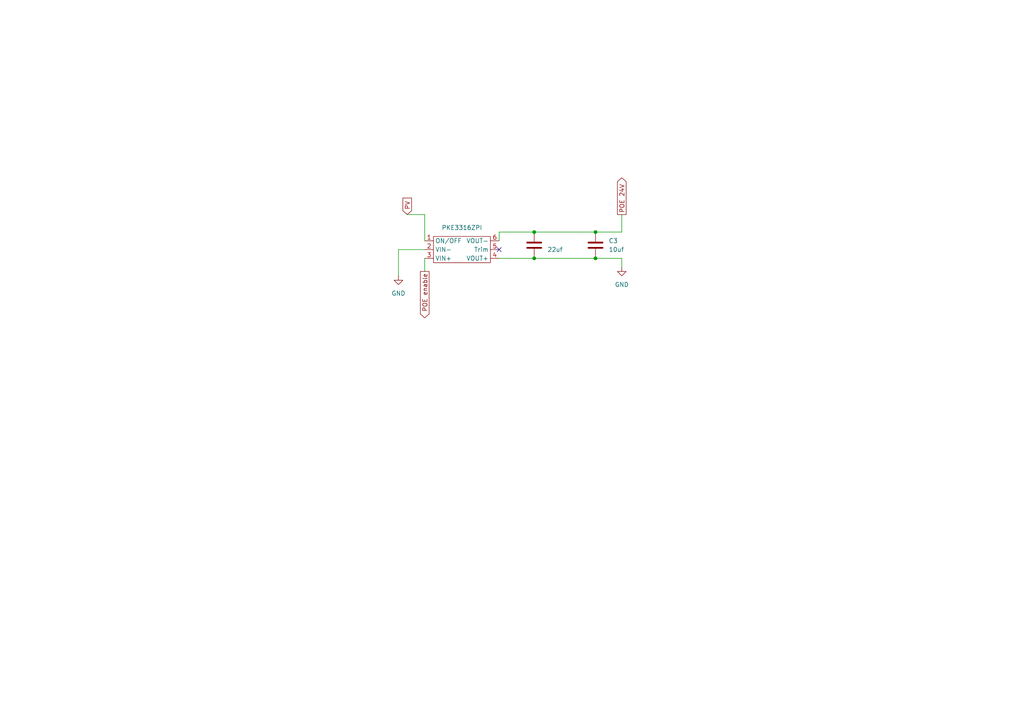
<source format=kicad_sch>
(kicad_sch (version 20231120) (generator "eeschema") (generator_version "8.0")
  (paper "A4")
  (lib_symbols
    (symbol "Device:C" (pin_numbers hide) (pin_names (offset 0.254))
      (property "Reference" "C" (at 0.635 2.54 0))
      (property "Value" "C" (at 0.635 -2.54 0))
      (symbol "C_0_1"
        (polyline (pts (xy -2.032 -0.762) (xy 2.032 -0.762)) (stroke (width 0.508)))
        (polyline (pts (xy -2.032 0.762) (xy 2.032 0.762)) (stroke (width 0.508)))
      )
      (symbol "C_1_1"
        (pin passive line (at 0 3.81 270) (length 2.794) (name "~") (number "1"))
        (pin passive line (at 0 -3.81 90) (length 2.794) (name "~") (number "2"))
      )
    )
    (symbol "MRDT_Devices:PKE3316ZPI"
      (property "Value" "PKE3316ZPI" (at 3.81 3.81 0))
      (symbol "PKE3316ZPI_0_1"
        (rectangle (start -2.54 2.54) (end 13.97 -5.08))
      )
      (symbol "PKE3316ZPI_1_1"
        (pin input line (at -5.08 1.27 0) (length 2.54) (name "ON/OFF") (number "1"))
        (pin input line (at -5.08 -1.27 0) (length 2.54) (name "VIN-") (number "2"))
        (pin input line (at -5.08 -3.81 0) (length 2.54) (name "VIN+") (number "3"))
        (pin output line (at 16.51 -3.81 180) (length 2.54) (name "VOUT+") (number "4"))
        (pin input line (at 16.51 -1.27 180) (length 2.54) (name "Trim") (number "5"))
        (pin output line (at 16.51 1.27 180) (length 2.54) (name "VOUT-") (number "6"))
      )
    )
    (symbol "power:GND" (power) (pin_numbers hide) (pin_names (offset 0) hide)
      (property "Value" "GND" (at 0 -3.81 0))
      (symbol "GND_0_1"
        (polyline (pts (xy 0 0) (xy 0 -1.27) (xy 1.27 -1.27) (xy 0 -2.54) (xy -1.27 -1.27) (xy 0 -1.27)))
      )
      (symbol "GND_1_1"
        (pin power_in line (at 0 0 270) (length 0) (name "~") (number "1"))
      )
    )
  )
  (junction (at 172.72 74.93))
  (junction (at 154.94 67.31))
  (junction (at 154.94 74.93))
  (junction (at 172.72 67.31))
  (no_connect (at 144.78 72.39))
  (wire (pts (xy 180.34 77.47) (xy 180.34 74.93)))
  (wire (pts (xy 154.94 67.31) (xy 144.78 67.31)))
  (wire (pts (xy 144.78 74.93) (xy 154.94 74.93)))
  (wire (pts (xy 172.72 67.31) (xy 180.34 67.31)))
  (wire (pts (xy 144.78 67.31) (xy 144.78 69.85)))
  (wire (pts (xy 123.19 62.23) (xy 123.19 69.85)))
  (wire (pts (xy 115.57 72.39) (xy 123.19 72.39)))
  (wire (pts (xy 118.11 62.23) (xy 123.19 62.23)))
  (wire (pts (xy 115.57 80.01) (xy 115.57 72.39)))
  (wire (pts (xy 180.34 74.93) (xy 172.72 74.93)))
  (wire (pts (xy 180.34 67.31) (xy 180.34 62.23)))
  (wire (pts (xy 154.94 74.93) (xy 172.72 74.93)))
  (wire (pts (xy 154.94 67.31) (xy 172.72 67.31)))
  (wire (pts (xy 123.19 74.93) (xy 123.19 78.74)))
  (global_label "POE 24V" (shape output) (at 180.34 62.23 90) (property "Intersheetrefs" "${INTERSHEET_REFS}" (effects (hide yes))))
  (global_label "PV" (shape input) (at 118.11 62.23 90) (property "Intersheetrefs" "${INTERSHEET_REFS}" (effects (hide yes))))
  (global_label "POE enable" (shape output) (at 123.19 78.74 270) (property "Intersheetrefs" "${INTERSHEET_REFS}" (effects (hide yes))))
  (symbol (lib_id "power:GND") (at 115.57 80.01 0) (unit 1)
    (property "Reference" "#PWR02" (effects (hide yes)))
    (property "Value" "GND" (at 115.57 85.09 0))
    (property "Description" "Power symbol creates a global label with name \"GND\" , ground" (effects (hide yes)))
  )
  (symbol (lib_id "Device:C") (at 154.94 71.12 0) (unit 1)
    (property "Reference" "C6" (effects (hide yes)))
    (property "Value" "22uf" (at 158.75 72.3899 0) (effects (justify left)))
    (property "Description" "Unpolarized capacitor" (effects (hide yes)))
  )
  (symbol (lib_id "Device:C") (at 172.72 71.12 0) (unit 1)
    (property "Reference" "C3" (at 176.53 69.8499 0) (effects (justify left)))
    (property "Value" "10uf" (at 176.53 72.3899 0) (effects (justify left)))
    (property "Description" "Unpolarized capacitor" (effects (hide yes)))
  )
  (symbol (lib_id "power:GND") (at 180.34 77.47 0) (unit 1)
    (property "Reference" "#PWR01" (effects (hide yes)))
    (property "Value" "GND" (at 180.34 82.55 0))
    (property "Description" "Power symbol creates a global label with name \"GND\" , ground" (effects (hide yes)))
  )
  (symbol (lib_id "MRDT_Devices:PKE3316ZPI") (at 128.27 71.12 0) (unit 1)
    (property "Reference" "U1" (effects (hide yes)))
    (property "Value" "PKE3316ZPI" (at 133.985 66.04 0))
    (property "Datasheet" "https://flexpowermodules.com/resources/fpm-techspec-pke3000" (effects (hide yes)))
  )
)
</source>
